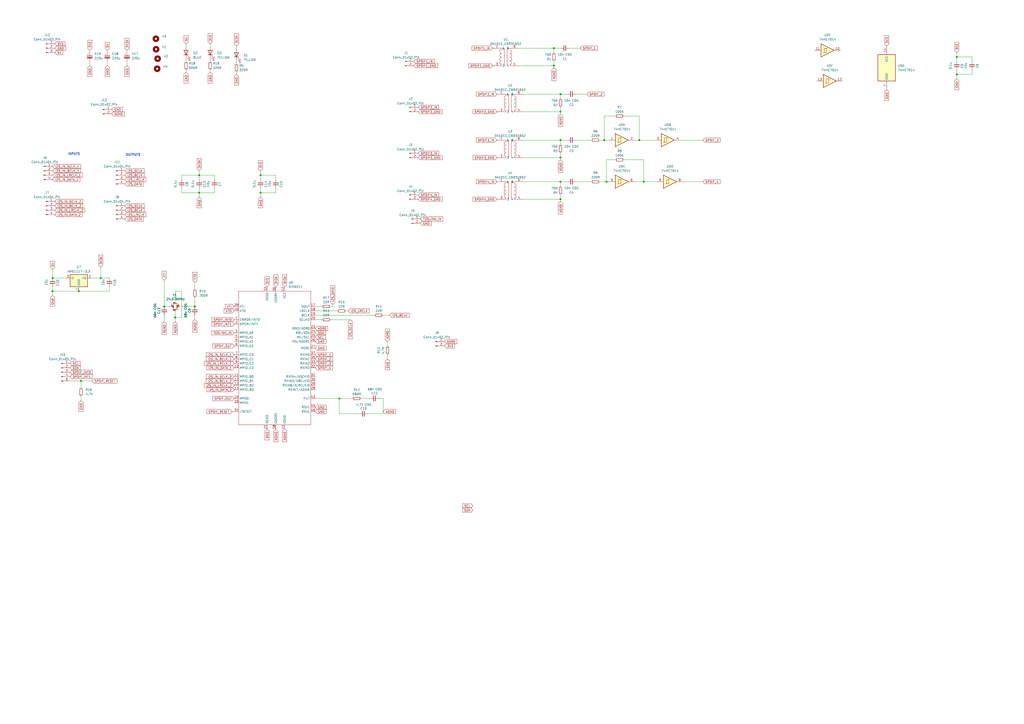
<source format=kicad_sch>
(kicad_sch (version 20231120) (generator "eeschema") (generator_version "8.0")
  (paper "A2")
  (junction (at 351.79 105.41))
  (junction (at 325.12 54.61))
  (junction (at 45.72 168.91))
  (junction (at 370.84 81.28))
  (junction (at 321.31 27.94))
  (junction (at 113.03 177.8))
  (junction (at 95.25 177.8))
  (junction (at 101.6 184.15))
  (junction (at 554.99 33.02))
  (junction (at 325.12 81.28))
  (junction (at 325.12 64.77))
  (junction (at 115.57 111.76))
  (junction (at 58.42 161.29))
  (junction (at 151.13 101.6))
  (junction (at 30.48 161.29))
  (junction (at 321.31 38.1))
  (junction (at 151.13 111.76))
  (junction (at 325.12 105.41))
  (junction (at 196.85 231.14))
  (junction (at 325.12 91.44))
  (junction (at 46.99 220.98))
  (junction (at 30.48 168.91))
  (junction (at 373.38 105.41))
  (junction (at 325.12 115.57))
  (junction (at 554.99 43.18))
  (junction (at 115.57 101.6))
  (junction (at 350.52 81.28))
  (wire (pts (xy 160.02 104.14) (xy 160.02 101.6)))
  (wire (pts (xy 351.79 92.71) (xy 351.79 105.41)))
  (wire (pts (xy 325.12 83.82) (xy 325.12 81.28)))
  (wire (pts (xy 30.48 168.91) (xy 30.48 171.45)))
  (wire (pts (xy 370.84 67.31) (xy 370.84 81.28)))
  (wire (pts (xy 46.99 232.41) (xy 46.99 229.87)))
  (wire (pts (xy 373.38 92.71) (xy 373.38 105.41)))
  (wire (pts (xy 325.12 113.03) (xy 325.12 115.57)))
  (wire (pts (xy 219.71 231.14) (xy 222.25 231.14)))
  (wire (pts (xy 107.95 40.64) (xy 107.95 41.91)))
  (wire (pts (xy 121.92 26.67) (xy 121.92 25.4)))
  (wire (pts (xy 73.66 29.21) (xy 73.66 30.48)))
  (wire (pts (xy 325.12 115.57) (xy 325.12 116.84)))
  (wire (pts (xy 325.12 88.9) (xy 325.12 91.44)))
  (wire (pts (xy 321.31 30.48) (xy 321.31 27.94)))
  (wire (pts (xy 396.24 105.41) (xy 407.67 105.41)))
  (wire (pts (xy 373.38 105.41) (xy 368.3 105.41)))
  (wire (pts (xy 303.53 91.44) (xy 325.12 91.44)))
  (wire (pts (xy 361.95 92.71) (xy 373.38 92.71)))
  (wire (pts (xy 351.79 105.41) (xy 347.98 105.41)))
  (wire (pts (xy 95.25 186.69) (xy 95.25 182.88)))
  (wire (pts (xy 105.41 101.6) (xy 105.41 104.14)))
  (wire (pts (xy 73.66 38.1) (xy 73.66 35.56)))
  (wire (pts (xy 52.07 29.21) (xy 52.07 30.48)))
  (wire (pts (xy 101.6 168.91) (xy 105.41 168.91)))
  (wire (pts (xy 196.85 231.14) (xy 182.88 231.14)))
  (wire (pts (xy 336.55 27.94) (xy 330.2 27.94)))
  (wire (pts (xy 394.97 81.28) (xy 407.67 81.28)))
  (wire (pts (xy 101.6 175.26) (xy 101.6 168.91)))
  (wire (pts (xy 58.42 161.29) (xy 63.5 161.29)))
  (wire (pts (xy 137.16 27.94) (xy 137.16 26.67)))
  (wire (pts (xy 328.93 54.61) (xy 325.12 54.61)))
  (wire (pts (xy 300.99 38.1) (xy 321.31 38.1)))
  (wire (pts (xy 370.84 81.28) (xy 368.3 81.28)))
  (wire (pts (xy 105.41 168.91) (xy 105.41 184.15)))
  (wire (pts (xy 151.13 104.14) (xy 151.13 101.6)))
  (wire (pts (xy 328.93 105.41) (xy 325.12 105.41)))
  (wire (pts (xy 151.13 101.6) (xy 151.13 99.06)))
  (wire (pts (xy 186.69 177.8) (xy 182.88 177.8)))
  (wire (pts (xy 563.88 43.18) (xy 554.99 43.18)))
  (wire (pts (xy 325.12 57.15) (xy 325.12 54.61)))
  (wire (pts (xy 115.57 101.6) (xy 115.57 99.06)))
  (wire (pts (xy 30.48 161.29) (xy 38.1 161.29)))
  (wire (pts (xy 325.12 27.94) (xy 321.31 27.94)))
  (wire (pts (xy 63.5 168.91) (xy 45.72 168.91)))
  (wire (pts (xy 115.57 111.76) (xy 115.57 109.22)))
  (wire (pts (xy 342.9 81.28) (xy 334.01 81.28)))
  (wire (pts (xy 350.52 67.31) (xy 350.52 81.28)))
  (wire (pts (xy 58.42 154.94) (xy 58.42 161.29)))
  (wire (pts (xy 46.99 220.98) (xy 40.64 220.98)))
  (wire (pts (xy 105.41 111.76) (xy 115.57 111.76)))
  (wire (pts (xy 115.57 101.6) (xy 105.41 101.6)))
  (wire (pts (xy 224.79 200.66) (xy 224.79 198.12)))
  (wire (pts (xy 353.06 105.41) (xy 351.79 105.41)))
  (wire (pts (xy 115.57 104.14) (xy 115.57 101.6)))
  (wire (pts (xy 160.02 101.6) (xy 151.13 101.6)))
  (wire (pts (xy 53.34 220.98) (xy 46.99 220.98)))
  (wire (pts (xy 196.85 231.14) (xy 196.85 240.03)))
  (wire (pts (xy 124.46 109.22) (xy 124.46 111.76)))
  (wire (pts (xy 353.06 81.28) (xy 350.52 81.28)))
  (wire (pts (xy 30.48 166.37) (xy 30.48 168.91)))
  (wire (pts (xy 62.23 38.1) (xy 62.23 35.56)))
  (wire (pts (xy 160.02 109.22) (xy 160.02 111.76)))
  (wire (pts (xy 356.87 92.71) (xy 351.79 92.71)))
  (wire (pts (xy 554.99 33.02) (xy 554.99 30.48)))
  (wire (pts (xy 554.99 35.56) (xy 554.99 33.02)))
  (wire (pts (xy 193.04 176.53) (xy 193.04 177.8)))
  (wire (pts (xy 361.95 67.31) (xy 370.84 67.31)))
  (wire (pts (xy 104.14 177.8) (xy 113.03 177.8)))
  (wire (pts (xy 222.25 231.14) (xy 222.25 240.03)))
  (wire (pts (xy 300.99 27.94) (xy 321.31 27.94)))
  (wire (pts (xy 340.36 54.61) (xy 334.01 54.61)))
  (wire (pts (xy 342.9 105.41) (xy 334.01 105.41)))
  (wire (pts (xy 182.88 182.88) (xy 217.17 182.88)))
  (wire (pts (xy 554.99 45.72) (xy 554.99 43.18)))
  (wire (pts (xy 563.88 33.02) (xy 554.99 33.02)))
  (wire (pts (xy 30.48 156.21) (xy 30.48 161.29)))
  (wire (pts (xy 222.25 182.88) (xy 226.06 182.88)))
  (wire (pts (xy 350.52 81.28) (xy 347.98 81.28)))
  (wire (pts (xy 53.34 161.29) (xy 58.42 161.29)))
  (wire (pts (xy 160.02 111.76) (xy 151.13 111.76)))
  (wire (pts (xy 204.47 231.14) (xy 196.85 231.14)))
  (wire (pts (xy 356.87 67.31) (xy 350.52 67.31)))
  (wire (pts (xy 554.99 43.18) (xy 554.99 40.64)))
  (wire (pts (xy 121.92 40.64) (xy 121.92 41.91)))
  (wire (pts (xy 101.6 184.15) (xy 105.41 184.15)))
  (wire (pts (xy 124.46 101.6) (xy 115.57 101.6)))
  (wire (pts (xy 328.93 81.28) (xy 325.12 81.28)))
  (wire (pts (xy 214.63 231.14) (xy 209.55 231.14)))
  (wire (pts (xy 95.25 162.56) (xy 95.25 177.8)))
  (wire (pts (xy 105.41 109.22) (xy 105.41 111.76)))
  (wire (pts (xy 115.57 114.3) (xy 115.57 111.76)))
  (wire (pts (xy 134.62 238.76) (xy 135.89 238.76)))
  (wire (pts (xy 321.31 38.1) (xy 321.31 39.37)))
  (wire (pts (xy 151.13 111.76) (xy 151.13 109.22)))
  (wire (pts (xy 95.25 177.8) (xy 99.06 177.8)))
  (wire (pts (xy 201.93 180.34) (xy 200.66 180.34)))
  (wire (pts (xy 124.46 111.76) (xy 115.57 111.76)))
  (wire (pts (xy 113.03 185.42) (xy 113.03 182.88)))
  (wire (pts (xy 137.16 36.83) (xy 137.16 35.56)))
  (wire (pts (xy 63.5 166.37) (xy 63.5 168.91)))
  (wire (pts (xy 107.95 26.67) (xy 107.95 25.4)))
  (wire (pts (xy 325.12 64.77) (xy 325.12 66.04)))
  (wire (pts (xy 303.53 115.57) (xy 325.12 115.57)))
  (wire (pts (xy 224.79 208.28) (xy 224.79 205.74)))
  (wire (pts (xy 113.03 167.64) (xy 113.03 163.83)))
  (wire (pts (xy 46.99 224.79) (xy 46.99 220.98)))
  (wire (pts (xy 186.69 185.42) (xy 182.88 185.42)))
  (wire (pts (xy 195.58 180.34) (xy 182.88 180.34)))
  (wire (pts (xy 137.16 41.91) (xy 137.16 43.18)))
  (wire (pts (xy 124.46 101.6) (xy 124.46 104.14)))
  (wire (pts (xy 325.12 62.23) (xy 325.12 64.77)))
  (wire (pts (xy 381 105.41) (xy 373.38 105.41)))
  (wire (pts (xy 101.6 186.69) (xy 101.6 184.15)))
  (wire (pts (xy 303.53 105.41) (xy 325.12 105.41)))
  (wire (pts (xy 52.07 38.1) (xy 52.07 35.56)))
  (wire (pts (xy 208.28 240.03) (xy 196.85 240.03)))
  (wire (pts (xy 325.12 91.44) (xy 325.12 92.71)))
  (wire (pts (xy 303.53 81.28) (xy 325.12 81.28)))
  (wire (pts (xy 121.92 35.56) (xy 121.92 34.29)))
  (wire (pts (xy 325.12 107.95) (xy 325.12 105.41)))
  (wire (pts (xy 222.25 240.03) (xy 213.36 240.03)))
  (wire (pts (xy 563.88 35.56) (xy 563.88 33.02)))
  (wire (pts (xy 563.88 40.64) (xy 563.88 43.18)))
  (wire (pts (xy 379.73 81.28) (xy 370.84 81.28)))
  (wire (pts (xy 30.48 168.91) (xy 45.72 168.91)))
  (wire (pts (xy 203.2 185.42) (xy 191.77 185.42)))
  (wire (pts (xy 303.53 64.77) (xy 325.12 64.77)))
  (wire (pts (xy 151.13 114.3) (xy 151.13 111.76)))
  (wire (pts (xy 303.53 54.61) (xy 325.12 54.61)))
  (wire (pts (xy 113.03 172.72) (xy 113.03 177.8)))
  (wire (pts (xy 101.6 184.15) (xy 101.6 180.34)))
  (wire (pts (xy 321.31 35.56) (xy 321.31 38.1)))
  (wire (pts (xy 62.23 29.21) (xy 62.23 30.48)))
  (wire (pts (xy 107.95 35.56) (xy 107.95 34.29)))
  (wire (pts (xy 193.04 177.8) (xy 191.77 177.8)))
  (text "OUTPUTS" (at 77.216 89.916 0) (effects (font (size 1.27 1.27) (thickness 0.254) (bold yes))))
  (text "INPUTS" (at 42.926 89.408 0) (effects (font (size 1.27 1.27) (thickness 0.254) (bold yes))))
  (global_label "I2S_IN_LRCLK_1" (shape input) (at 30.48 101.6 0) (property "Intersheetrefs" "${INTERSHEET_REFS}" (effects (hide yes))))
  (global_label "GND" (shape input) (at 62.23 38.1 270) (property "Intersheetrefs" "${INTERSHEET_REFS}" (effects (hide yes))))
  (global_label "SPDIF_OUT" (shape input) (at 135.89 231.14 180) (property "Intersheetrefs" "${INTERSHEET_REFS}" (effects (hide yes))))
  (global_label "SPDIF_OUT" (shape input) (at 135.89 200.66 180) (property "Intersheetrefs" "${INTERSHEET_REFS}" (effects (hide yes))))
  (global_label "I2S_IN_SCLK_1" (shape input) (at 30.48 96.52 0) (property "Intersheetrefs" "${INTERSHEET_REFS}" (effects (hide yes))))
  (global_label "I2S_IN_DATA_2" (shape input) (at 31.75 124.46 0) (property "Intersheetrefs" "${INTERSHEET_REFS}" (effects (hide yes))))
  (global_label "GND" (shape input) (at 52.07 38.1 270) (property "Intersheetrefs" "${INTERSHEET_REFS}" (effects (hide yes))))
  (global_label "SPDIF_INT1" (shape input) (at 135.89 187.96 180) (property "Intersheetrefs" "${INTERSHEET_REFS}" (effects (hide yes))))
  (global_label "I2S_BCLK" (shape input) (at 72.39 101.6 0) (property "Intersheetrefs" "${INTERSHEET_REFS}" (effects (hide yes))))
  (global_label "I2S_IN_DATA_1" (shape input) (at 135.89 213.36 180) (property "Intersheetrefs" "${INTERSHEET_REFS}" (effects (hide yes))))
  (global_label "SPDIF2_IN" (shape input) (at 288.29 54.61 180) (property "Intersheetrefs" "${INTERSHEET_REFS}" (effects (hide yes))))
  (global_label "TOSLINK_IN" (shape input) (at 243.84 127 0) (property "Intersheetrefs" "${INTERSHEET_REFS}" (effects (hide yes))))
  (global_label "ADR0" (shape input) (at 224.79 198.12 90) (property "Intersheetrefs" "${INTERSHEET_REFS}" (effects (hide yes))))
  (global_label "SPDIF1_IN" (shape input) (at 240.03 35.56 0) (property "Intersheetrefs" "${INTERSHEET_REFS}" (effects (hide yes))))
  (global_label "AGND" (shape input) (at 160.02 248.92 270) (property "Intersheetrefs" "${INTERSHEET_REFS}" (effects (hide yes))))
  (global_label "3V3A" (shape input) (at 115.57 99.06 90) (property "Intersheetrefs" "${INTERSHEET_REFS}" (effects (hide yes))))
  (global_label "I2S_IN_DATA_1" (shape input) (at 30.48 104.14 0) (property "Intersheetrefs" "${INTERSHEET_REFS}" (effects (hide yes))))
  (global_label "I2S_IN_DATA_2" (shape input) (at 135.89 226.06 180) (property "Intersheetrefs" "${INTERSHEET_REFS}" (effects (hide yes))))
  (global_label "AGND" (shape input) (at 325.12 92.71 270) (property "Intersheetrefs" "${INTERSHEET_REFS}" (effects (hide yes))))
  (global_label "GND" (shape input) (at 154.94 248.92 270) (property "Intersheetrefs" "${INTERSHEET_REFS}" (effects (hide yes))))
  (global_label "SDA" (shape input) (at 40.64 213.36 0) (property "Intersheetrefs" "${INTERSHEET_REFS}" (effects (hide yes))))
  (global_label "TOSLINK_IN" (shape input) (at 135.89 193.04 180) (property "Intersheetrefs" "${INTERSHEET_REFS}" (effects (hide yes))))
  (global_label "GND" (shape input) (at 554.99 45.72 270) (property "Intersheetrefs" "${INTERSHEET_REFS}" (effects (hide yes))))
  (global_label "SPDIF_INT1" (shape input) (at 40.64 218.44 0) (property "Intersheetrefs" "${INTERSHEET_REFS}" (effects (hide yes))))
  (global_label "SPDIF_1" (shape input) (at 336.55 27.94 0) (property "Intersheetrefs" "${INTERSHEET_REFS}" (effects (hide yes))))
  (global_label "SPDIF3_IN" (shape input) (at 242.57 88.9 0) (property "Intersheetrefs" "${INTERSHEET_REFS}" (effects (hide yes))))
  (global_label "GND" (shape input) (at 30.48 171.45 270) (property "Intersheetrefs" "${INTERSHEET_REFS}" (effects (hide yes))))
  (global_label "5V" (shape input) (at 62.23 29.21 90) (property "Intersheetrefs" "${INTERSHEET_REFS}" (effects (hide yes))))
  (global_label "XTI" (shape input) (at 95.25 162.56 90) (property "Intersheetrefs" "${INTERSHEET_REFS}" (effects (hide yes))))
  (global_label "I2S_IN_SCLK_2" (shape input) (at 31.75 116.84 0) (property "Intersheetrefs" "${INTERSHEET_REFS}" (effects (hide yes))))
  (global_label "AGND" (shape input) (at 101.6 186.69 270) (property "Intersheetrefs" "${INTERSHEET_REFS}" (effects (hide yes))))
  (global_label "SPDIF_INT0" (shape input) (at 40.64 215.9 0) (property "Intersheetrefs" "${INTERSHEET_REFS}" (effects (hide yes))))
  (global_label "I2S_BCLK" (shape input) (at 72.39 121.92 0) (property "Intersheetrefs" "${INTERSHEET_REFS}" (effects (hide yes))))
  (global_label "3V3" (shape input) (at 514.35 26.67 90) (property "Intersheetrefs" "${INTERSHEET_REFS}" (effects (hide yes))))
  (global_label "3V3" (shape input) (at 31.75 25.4 0) (property "Intersheetrefs" "${INTERSHEET_REFS}" (effects (hide yes))))
  (global_label "SPDIF3_GND" (shape input) (at 288.29 91.44 180) (property "Intersheetrefs" "${INTERSHEET_REFS}" (effects (hide yes))))
  (global_label "SCL" (shape input) (at 182.88 195.58 0) (property "Intersheetrefs" "${INTERSHEET_REFS}" (effects (hide yes))))
  (global_label "AGND" (shape input) (at 321.31 39.37 270) (property "Intersheetrefs" "${INTERSHEET_REFS}" (effects (hide yes))))
  (global_label "ADR0" (shape input) (at 182.88 190.5 0) (property "Intersheetrefs" "${INTERSHEET_REFS}" (effects (hide yes))))
  (global_label "AGND" (shape input) (at 325.12 116.84 270) (property "Intersheetrefs" "${INTERSHEET_REFS}" (effects (hide yes))))
  (global_label "GND" (shape input) (at 64.77 63.5 0) (property "Intersheetrefs" "${INTERSHEET_REFS}" (effects (hide yes))))
  (global_label "SPDIF1_GND" (shape input) (at 240.03 38.1 0) (property "Intersheetrefs" "${INTERSHEET_REFS}" (effects (hide yes))))
  (global_label "AGND" (shape input) (at 165.1 248.92 270) (property "Intersheetrefs" "${INTERSHEET_REFS}" (effects (hide yes))))
  (global_label "SPDIF_3" (shape input) (at 407.67 81.28 0) (property "Intersheetrefs" "${INTERSHEET_REFS}" (effects (hide yes))))
  (global_label "3V3A" (shape input) (at 73.66 29.21 90) (property "Intersheetrefs" "${INTERSHEET_REFS}" (effects (hide yes))))
  (global_label "GND" (shape input) (at 73.66 38.1 270) (property "Intersheetrefs" "${INTERSHEET_REFS}" (effects (hide yes))))
  (global_label "3V3" (shape input) (at 154.94 166.37 90) (property "Intersheetrefs" "${INTERSHEET_REFS}" (effects (hide yes))))
  (global_label "ADR0" (shape input) (at 257.81 198.12 0) (property "Intersheetrefs" "${INTERSHEET_REFS}" (effects (hide yes))))
  (global_label "SPDIF1_GND" (shape input) (at 285.75 38.1 180) (property "Intersheetrefs" "${INTERSHEET_REFS}" (effects (hide yes))))
  (global_label "AGND" (shape input) (at 64.77 66.04 0) (property "Intersheetrefs" "${INTERSHEET_REFS}" (effects (hide yes))))
  (global_label "SCL" (shape input) (at 274.32 293.37 180) (property "Intersheetrefs" "${INTERSHEET_REFS}" (effects (hide yes))))
  (global_label "XTO" (shape input) (at 135.89 180.34 180) (property "Intersheetrefs" "${INTERSHEET_REFS}" (effects (hide yes))))
  (global_label "AGND" (shape input) (at 222.25 238.76 0) (property "Intersheetrefs" "${INTERSHEET_REFS}" (effects (hide yes))))
  (global_label "3V3A" (shape input) (at 137.16 26.67 90) (property "Intersheetrefs" "${INTERSHEET_REFS}" (effects (hide yes))))
  (global_label "I2S_IN_SCLK_1" (shape input) (at 135.89 205.74 180) (property "Intersheetrefs" "${INTERSHEET_REFS}" (effects (hide yes))))
  (global_label "GND" (shape input) (at 107.95 41.91 270) (property "Intersheetrefs" "${INTERSHEET_REFS}" (effects (hide yes))))
  (global_label "I2S_LRCLK" (shape input) (at 72.39 124.46 0) (property "Intersheetrefs" "${INTERSHEET_REFS}" (effects (hide yes))))
  (global_label "SPDIF_3" (shape input) (at 182.88 210.82 0) (property "Intersheetrefs" "${INTERSHEET_REFS}" (effects (hide yes))))
  (global_label "SDA" (shape input) (at 274.32 295.91 180) (property "Intersheetrefs" "${INTERSHEET_REFS}" (effects (hide yes))))
  (global_label "SPDIF2_IN" (shape input) (at 242.57 62.23 0) (property "Intersheetrefs" "${INTERSHEET_REFS}" (effects (hide yes))))
  (global_label "SPDIF_RESET" (shape input) (at 134.62 238.76 180) (property "Intersheetrefs" "${INTERSHEET_REFS}" (effects (hide yes))))
  (global_label "I2S_DATA" (shape input) (at 72.39 127 0) (property "Intersheetrefs" "${INTERSHEET_REFS}" (effects (hide yes))))
  (global_label "SPDIF4_IN" (shape input) (at 288.29 105.41 180) (property "Intersheetrefs" "${INTERSHEET_REFS}" (effects (hide yes))))
  (global_label "AGND" (shape input) (at 325.12 66.04 270) (property "Intersheetrefs" "${INTERSHEET_REFS}" (effects (hide yes))))
  (global_label "SPDIF3_GND" (shape input) (at 242.57 91.44 0) (property "Intersheetrefs" "${INTERSHEET_REFS}" (effects (hide yes))))
  (global_label "3V3" (shape input) (at 257.81 200.66 0) (property "Intersheetrefs" "${INTERSHEET_REFS}" (effects (hide yes))))
  (global_label "AGND" (shape input) (at 113.03 185.42 270) (property "Intersheetrefs" "${INTERSHEET_REFS}" (effects (hide yes))))
  (global_label "5V" (shape input) (at 30.48 156.21 90) (property "Intersheetrefs" "${INTERSHEET_REFS}" (effects (hide yes))))
  (global_label "GND" (shape input) (at 121.92 41.91 270) (property "Intersheetrefs" "${INTERSHEET_REFS}" (effects (hide yes))))
  (global_label "GND" (shape input) (at 31.75 27.94 0) (property "Intersheetrefs" "${INTERSHEET_REFS}" (effects (hide yes))))
  (global_label "I2S_SCLK" (shape input) (at 203.2 185.42 270) (property "Intersheetrefs" "${INTERSHEET_REFS}" (effects (hide yes))))
  (global_label "I2S_IN_LRCLK_1" (shape input) (at 135.89 210.82 180) (property "Intersheetrefs" "${INTERSHEET_REFS}" (effects (hide yes))))
  (global_label "I2S_IN_BCLK_2" (shape input) (at 135.89 220.98 180) (property "Intersheetrefs" "${INTERSHEET_REFS}" (effects (hide yes))))
  (global_label "GND" (shape input) (at 182.88 236.22 0) (property "Intersheetrefs" "${INTERSHEET_REFS}" (effects (hide yes))))
  (global_label "3V3" (shape input) (at 554.99 30.48 90) (property "Intersheetrefs" "${INTERSHEET_REFS}" (effects (hide yes))))
  (global_label "I2S_IN_BCLK_1" (shape input) (at 30.48 99.06 0) (property "Intersheetrefs" "${INTERSHEET_REFS}" (effects (hide yes))))
  (global_label "I2S_IN_BCLK_2" (shape input) (at 31.75 119.38 0) (property "Intersheetrefs" "${INTERSHEET_REFS}" (effects (hide yes))))
  (global_label "SDA" (shape input) (at 182.88 193.04 0) (property "Intersheetrefs" "${INTERSHEET_REFS}" (effects (hide yes))))
  (global_label "3V3A" (shape input) (at 165.1 166.37 90) (property "Intersheetrefs" "${INTERSHEET_REFS}" (effects (hide yes))))
  (global_label "I2S_LRCLK" (shape input) (at 201.93 180.34 0) (property "Intersheetrefs" "${INTERSHEET_REFS}" (effects (hide yes))))
  (global_label "GND" (shape input) (at 182.88 198.12 0) (property "Intersheetrefs" "${INTERSHEET_REFS}" (effects (hide yes))))
  (global_label "SPDIF2_GND" (shape input) (at 288.29 64.77 180) (property "Intersheetrefs" "${INTERSHEET_REFS}" (effects (hide yes))))
  (global_label "AGND" (shape input) (at 95.25 186.69 270) (property "Intersheetrefs" "${INTERSHEET_REFS}" (effects (hide yes))))
  (global_label "SPDIF2_GND" (shape input) (at 242.57 64.77 0) (property "Intersheetrefs" "${INTERSHEET_REFS}" (effects (hide yes))))
  (global_label "I2S_BCLK" (shape input) (at 226.06 182.88 0) (property "Intersheetrefs" "${INTERSHEET_REFS}" (effects (hide yes))))
  (global_label "GND" (shape input) (at 46.99 232.41 270) (property "Intersheetrefs" "${INTERSHEET_REFS}" (effects (hide yes))))
  (global_label "SPDIF4_GND" (shape input) (at 242.57 115.57 0) (property "Intersheetrefs" "${INTERSHEET_REFS}" (effects (hide yes))))
  (global_label "XTI" (shape input) (at 135.89 177.8 180) (property "Intersheetrefs" "${INTERSHEET_REFS}" (effects (hide yes))))
  (global_label "SPDIF_4" (shape input) (at 407.67 105.41 0) (property "Intersheetrefs" "${INTERSHEET_REFS}" (effects (hide yes))))
  (global_label "3V3A" (shape input) (at 58.42 154.94 90) (property "Intersheetrefs" "${INTERSHEET_REFS}" (effects (hide yes))))
  (global_label "I2S_LRCLK" (shape input) (at 72.39 104.14 0) (property "Intersheetrefs" "${INTERSHEET_REFS}" (effects (hide yes))))
  (global_label "3V3" (shape input) (at 121.92 25.4 90) (property "Intersheetrefs" "${INTERSHEET_REFS}" (effects (hide yes))))
  (global_label "GND" (shape input) (at 137.16 43.18 270) (property "Intersheetrefs" "${INTERSHEET_REFS}" (effects (hide yes))))
  (global_label "I2S_IN_SCLK_2" (shape input) (at 135.89 218.44 180) (property "Intersheetrefs" "${INTERSHEET_REFS}" (effects (hide yes))))
  (global_label "GND" (shape input) (at 182.88 238.76 0) (property "Intersheetrefs" "${INTERSHEET_REFS}" (effects (hide yes))))
  (global_label "GND" (shape input) (at 224.79 208.28 270) (property "Intersheetrefs" "${INTERSHEET_REFS}" (effects (hide yes))))
  (global_label "GND" (shape input) (at 182.88 201.93 0) (property "Intersheetrefs" "${INTERSHEET_REFS}" (effects (hide yes))))
  (global_label "3V3" (shape input) (at 151.13 99.06 90) (property "Intersheetrefs" "${INTERSHEET_REFS}" (effects (hide yes))))
  (global_label "I2S_IN_LRCLK_2" (shape input) (at 135.89 223.52 180) (property "Intersheetrefs" "${INTERSHEET_REFS}" (effects (hide yes))))
  (global_label "SPDIF_2" (shape input) (at 340.36 54.61 0) (property "Intersheetrefs" "${INTERSHEET_REFS}" (effects (hide yes))))
  (global_label "5V" (shape input) (at 31.75 30.48 0) (property "Intersheetrefs" "${INTERSHEET_REFS}" (effects (hide yes))))
  (global_label "I2S_DATA" (shape input) (at 72.39 106.68 0) (property "Intersheetrefs" "${INTERSHEET_REFS}" (effects (hide yes))))
  (global_label "SPDIF4_GND" (shape input) (at 288.29 115.57 180) (property "Intersheetrefs" "${INTERSHEET_REFS}" (effects (hide yes))))
  (global_label "SCL" (shape input) (at 40.64 210.82 0) (property "Intersheetrefs" "${INTERSHEET_REFS}" (effects (hide yes))))
  (global_label "GND" (shape input) (at 514.35 52.07 270) (property "Intersheetrefs" "${INTERSHEET_REFS}" (effects (hide yes))))
  (global_label "I2S_SCLK" (shape input) (at 72.39 99.06 0) (property "Intersheetrefs" "${INTERSHEET_REFS}" (effects (hide yes))))
  (global_label "GND" (shape input) (at 243.84 129.54 0) (property "Intersheetrefs" "${INTERSHEET_REFS}" (effects (hide yes))))
  (global_label "3V3" (shape input) (at 52.07 29.21 90) (property "Intersheetrefs" "${INTERSHEET_REFS}" (effects (hide yes))))
  (global_label "I2S_DATA" (shape input) (at 193.04 176.53 90) (property "Intersheetrefs" "${INTERSHEET_REFS}" (effects (hide yes))))
  (global_label "SPDIF3_IN" (shape input) (at 288.29 81.28 180) (property "Intersheetrefs" "${INTERSHEET_REFS}" (effects (hide yes))))
  (global_label "XTO" (shape input) (at 113.03 163.83 90) (property "Intersheetrefs" "${INTERSHEET_REFS}" (effects (hide yes))))
  (global_label "SPDIF_2" (shape input) (at 182.88 208.28 0) (property "Intersheetrefs" "${INTERSHEET_REFS}" (effects (hide yes))))
  (global_label "GND" (shape input) (at 151.13 114.3 270) (property "Intersheetrefs" "${INTERSHEET_REFS}" (effects (hide yes))))
  (global_label "GND" (shape input) (at 115.57 114.3 270) (property "Intersheetrefs" "${INTERSHEET_REFS}" (effects (hide yes))))
  (global_label "SPDIF_INT0" (shape input) (at 135.89 185.42 180) (property "Intersheetrefs" "${INTERSHEET_REFS}" (effects (hide yes))))
  (global_label "SPDIF_4" (shape input) (at 182.88 213.36 0) (property "Intersheetrefs" "${INTERSHEET_REFS}" (effects (hide yes))))
  (global_label "SPDIF1_IN" (shape input) (at 285.75 27.94 180) (property "Intersheetrefs" "${INTERSHEET_REFS}" (effects (hide yes))))
  (global_label "I2S_IN_BCLK_1" (shape input) (at 135.89 208.28 180) (property "Intersheetrefs" "${INTERSHEET_REFS}" (effects (hide yes))))
  (global_label "SPDIF_1" (shape input) (at 182.88 205.74 0) (property "Intersheetrefs" "${INTERSHEET_REFS}" (effects (hide yes))))
  (global_label "5V" (shape input) (at 107.95 25.4 90) (property "Intersheetrefs" "${INTERSHEET_REFS}" (effects (hide yes))))
  (global_label "I2S_SCLK" (shape input) (at 72.39 119.38 0) (property "Intersheetrefs" "${INTERSHEET_REFS}" (effects (hide yes))))
  (global_label "SPDIF_RESET" (shape input) (at 53.34 220.98 0) (property "Intersheetrefs" "${INTERSHEET_REFS}" (effects (hide yes))))
  (global_label "SPDIF4_IN" (shape input) (at 242.57 113.03 0) (property "Intersheetrefs" "${INTERSHEET_REFS}" (effects (hide yes))))
  (global_label "I2S_IN_LRCLK_2" (shape input) (at 31.75 121.92 0) (property "Intersheetrefs" "${INTERSHEET_REFS}" (effects (hide yes))))
  (global_label "3V3A" (shape input) (at 160.02 166.37 90) (property "Intersheetrefs" "${INTERSHEET_REFS}" (effects (hide yes))))
  (symbol (lib_id "Device:R_Small") (at 359.41 92.71 90) (unit 1)
    (property "Reference" "R8" (at 359.41 87.63 90))
    (property "Value" "100K" (at 359.41 90.17 90))
    (property "Footprint" "Resistor_SMD:R_0603_1608Metric_Pad0.98x0.95mm_HandSolder" (effects (hide yes)))
    (property "Description" "Resistor, small symbol" (effects (hide yes)))
    (property "Mouser" "71-CRCW0603-75-E3" (effects (hide yes)))
  )
  (symbol (lib_id "Connector:Conn_01x04_Pin") (at 26.67 119.38 0) (unit 1)
    (property "Reference" "J7" (at 27.305 111.76 0))
    (property "Value" "Conn_01x04_Pin" (at 27.305 114.3 0))
    (property "Footprint" "Connector_JST:JST_PH_B4B-PH-K_1x04_P2.00mm_Vertical" (effects (hide yes)))
    (property "Description" "Generic connector, single row, 01x04, script generated" (effects (hide yes)))
  )
  (symbol (lib_id "Connector:Conn_01x02_Pin") (at 252.73 198.12 0) (unit 1)
    (property "Reference" "J9" (at 253.365 193.04 0))
    (property "Value" "Conn_01x02_Pin" (at 253.365 195.58 0))
    (property "Footprint" "Connector_PinHeader_2.54mm:PinHeader_1x02_P2.54mm_Vertical" (effects (hide yes)))
    (property "Description" "Generic connector, single row, 01x02, script generated" (effects (hide yes)))
  )
  (symbol (lib_id "Regulator_Linear:AMS1117-3.3") (at 45.72 161.29 0) (unit 1)
    (property "Reference" "U7" (at 45.72 154.94 0))
    (property "Value" "AMS1117-3.3" (at 45.72 157.48 0))
    (property "Footprint" "Package_TO_SOT_SMD:SOT-223-3_TabPin2" (effects (hide yes)))
    (property "Datasheet" "http://www.advanced-monolithic.com/pdf/ds1117.pdf" (effects (hide yes)))
    (property "Description" "1A Low Dropout regulator, positive, 3.3V fixed output, SOT-223" (effects (hide yes)))
  )
  (symbol (lib_id "Device:C_Small") (at 105.41 106.68 180) (unit 1)
    (property "Reference" "C8" (at 108.458 106.807 90))
    (property "Value" "0.1u" (at 101.727 106.6737 90))
    (property "Footprint" "Capacitor_SMD:C_0805_2012Metric_Pad1.18x1.45mm_HandSolder" (effects (hide yes)))
    (property "Description" "Unpolarized capacitor, small symbol" (effects (hide yes)))
  )
  (symbol (lib_id "Device:C_Small") (at 217.17 231.14 270) (unit 1)
    (property "Reference" "C11" (at 217.297 228.092 90))
    (property "Value" "68n C0G" (at 217.424 225.806 90))
    (property "Footprint" "Capacitor_SMD:C_0603_1608Metric" (effects (hide yes)))
    (property "Description" "Unpolarized capacitor, small symbol" (effects (hide yes)))
  )
  (symbol (lib_id "Device:C_Small") (at 30.48 163.83 180) (unit 1)
    (property "Reference" "C20" (at 33.528 163.957 90))
    (property "Value" "10u" (at 26.797 163.8237 90))
    (property "Footprint" "Capacitor_SMD:C_1206_3216Metric_Pad1.33x1.80mm_HandSolder" (effects (hide yes)))
    (property "Description" "Unpolarized capacitor, small symbol" (effects (hide yes)))
  )
  (symbol (lib_id "easyeda2kicad:DA101C_C6931652") (at 295.91 110.49 0) (unit 1)
    (property "Reference" "U4" (at 295.9146 100.33 0))
    (property "Value" "DA101C_C6931652" (at 295.9146 102.87 0))
    (property "Footprint" "easyeda2kicad:XFMR-TH_4P-L9.5-W9.0-P5.08-LS10.2_C9900096976" (effects (hide yes)))
    (property "LCSC Part" "C6931652" (effects (hide yes)))
  )
  (symbol (lib_id "Device:R_Small") (at 345.44 81.28 90) (unit 1)
    (property "Reference" "R6" (at 345.44 76.2 90))
    (property "Value" "220R" (at 345.44 78.74 90))
    (property "Footprint" "Resistor_SMD:R_0603_1608Metric_Pad0.98x0.95mm_HandSolder" (effects (hide yes)))
    (property "Description" "Resistor, small symbol" (effects (hide yes)))
    (property "Mouser" "71-CRCW0603-75-E3" (effects (hide yes)))
  )
  (symbol (lib_id "Device:R_Small") (at 224.79 203.2 180) (unit 1)
    (property "Reference" "R12" (at 219.71 203.2 90))
    (property "Value" "4.7K" (at 222.25 203.2 90))
    (property "Footprint" "Resistor_SMD:R_0603_1608Metric" (effects (hide yes)))
    (property "Description" "Resistor, small symbol" (effects (hide yes)))
  )
  (symbol (lib_id "Custom:DIX9211") (at 160.02 248.92 0) (unit 1)
    (property "Reference" "U6" (at 167.2941 163.83 0) (effects (justify left)))
    (property "Value" "DIX9211" (at 167.2941 166.37 0) (effects (justify left)))
    (property "Footprint" "Package_QFP:LQFP-48_7x7mm_P0.5mm" (effects (hide yes)))
    (property "Mouser" "595-DIX9211PTR" (effects (hide yes)))
  )
  (symbol (lib_id "Device:R_Small") (at 113.03 170.18 180) (unit 1)
    (property "Reference" "R10" (at 115.57 168.9099 0) (effects (justify right)))
    (property "Value" "200R" (at 115.57 171.4499 0) (effects (justify right)))
    (property "Footprint" "Resistor_SMD:R_0603_1608Metric" (effects (hide yes)))
    (property "Description" "Resistor, small symbol" (effects (hide yes)))
  )
  (symbol (lib_id "Connector:Conn_01x04_Pin") (at 67.31 101.6 0) (unit 1)
    (property "Reference" "J11" (at 67.945 93.98 0))
    (property "Value" "Conn_01x04_Pin" (at 67.945 96.52 0))
    (property "Footprint" "Connector_JST:JST_PH_B4B-PH-K_1x04_P2.00mm_Vertical" (effects (hide yes)))
    (property "Description" "Generic connector, single row, 01x04, script generated" (effects (hide yes)))
  )
  (symbol (lib_id "Device:LED") (at 137.16 31.75 90) (unit 1)
    (property "Reference" "D1" (at 141.224 32.0675 90) (effects (justify right)))
    (property "Value" "YELLOW" (at 141.224 34.6075 90) (effects (justify right)))
    (property "Footprint" "LED_SMD:LED_0603_1608Metric" (effects (hide yes)))
  )
  (symbol (lib_id "Device:R_Small") (at 325.12 59.69 0) (unit 1)
    (property "Reference" "R2" (at 323.596 60.96 0) (effects (justify right)))
    (property "Value" "75R" (at 323.596 58.42 0) (effects (justify right)))
    (property "Footprint" "Resistor_SMD:R_0603_1608Metric_Pad0.98x0.95mm_HandSolder" (effects (hide yes)))
    (property "Description" "Resistor, small symbol" (effects (hide yes)))
    (property "Mouser" "71-CRCW0603-75-E3" (effects (hide yes)))
  )
  (symbol (lib_id "easyeda2kicad:DA101C_C6931652") (at 295.91 59.69 0) (unit 1)
    (property "Reference" "U2" (at 295.9146 49.53 0))
    (property "Value" "DA101C_C6931652" (at 295.9146 52.07 0))
    (property "Footprint" "easyeda2kicad:XFMR-TH_4P-L9.5-W9.0-P5.08-LS10.2_C9900096976" (effects (hide yes)))
    (property "LCSC Part" "C6931652" (effects (hide yes)))
  )
  (symbol (lib_id "Device:C_Small") (at 554.99 38.1 180) (unit 1)
    (property "Reference" "C5" (at 558.038 38.227 90))
    (property "Value" "0.1u" (at 551.307 38.0937 90))
    (property "Footprint" "Capacitor_SMD:C_0805_2012Metric_Pad1.18x1.45mm_HandSolder" (effects (hide yes)))
    (property "Description" "Unpolarized capacitor, small symbol" (effects (hide yes)))
  )
  (symbol (lib_id "Mechanical:MountingHole") (at 90.424 22.479 0) (unit 1)
    (property "Reference" "H3" (at 93.853 21.209 0) (effects (justify left)))
    (property "Value" "MountingHole" (effects (hide yes)))
    (property "Footprint" "MountingHole:MountingHole_3.2mm_M3_DIN965_Pad_TopOnly" (effects (hide yes)))
    (property "Description" "Mounting Hole without connection" (effects (hide yes)))
  )
  (symbol (lib_id "Device:C_Small") (at 124.46 106.68 180) (unit 1)
    (property "Reference" "C7" (at 127.508 106.807 90))
    (property "Value" "10u" (at 120.777 106.6737 90))
    (property "Footprint" "Capacitor_SMD:C_1206_3216Metric_Pad1.33x1.80mm_HandSolder" (effects (hide yes)))
    (property "Description" "Unpolarized capacitor, small symbol" (effects (hide yes)))
  )
  (symbol (lib_id "Device:R_Small") (at 321.31 33.02 0) (unit 1)
    (property "Reference" "R1" (at 319.786 34.29 0) (effects (justify right)))
    (property "Value" "75R" (at 319.786 31.75 0) (effects (justify right)))
    (property "Footprint" "Resistor_SMD:R_0603_1608Metric_Pad0.98x0.95mm_HandSolder" (effects (hide yes)))
    (property "Description" "Resistor, small symbol" (effects (hide yes)))
    (property "Mouser" "71-CRCW0603-75-E3" (effects (hide yes)))
  )
  (symbol (lib_id "Device:C_Small") (at 151.13 106.68 180) (unit 1)
    (property "Reference" "C14" (at 154.178 106.807 90))
    (property "Value" "0.1u" (at 147.447 106.6737 90))
    (property "Footprint" "Capacitor_SMD:C_0805_2012Metric_Pad1.18x1.45mm_HandSolder" (effects (hide yes)))
    (property "Description" "Unpolarized capacitor, small symbol" (effects (hide yes)))
  )
  (symbol (lib_id "Device:R_Small") (at 189.23 185.42 90) (unit 1)
    (property "Reference" "R13" (at 189.23 180.34 90))
    (property "Value" "22R" (at 189.23 182.88 90))
    (property "Footprint" "Resistor_SMD:R_0603_1608Metric" (effects (hide yes)))
    (property "Description" "Resistor, small symbol" (effects (hide yes)))
  )
  (symbol (lib_id "Device:Crystal_GND24_Small") (at 101.6 177.8 0) (unit 1)
    (property "Reference" "Y1" (at 101.346 171.196 0))
    (property "Value" "24.576MHz" (at 101.854 173.482 0))
    (property "Footprint" "Crystal:Crystal_SMD_SeikoEpson_FA238-4Pin_3.2x2.5mm" (effects (hide yes)))
    (property "Description" "Four pin crystal, GND on pins 2 and 4, small symbol" (effects (hide yes)))
  )
  (symbol (lib_id "Device:R_Small") (at 121.92 38.1 180) (unit 1)
    (property "Reference" "R19" (at 123.444 36.83 0) (effects (justify right)))
    (property "Value" "325R" (at 123.444 39.37 0) (effects (justify right)))
    (property "Footprint" "Resistor_SMD:R_0603_1608Metric_Pad0.98x0.95mm_HandSolder" (effects (hide yes)))
  )
  (symbol (lib_id "Mechanical:MountingHole") (at 91.186 39.878 0) (unit 1)
    (property "Reference" "H4" (at 94.615 38.608 0) (effects (justify left)))
    (property "Value" "MountingHole" (effects (hide yes)))
    (property "Footprint" "MountingHole:MountingHole_3.2mm_M3_DIN965_Pad_TopOnly" (effects (hide yes)))
    (property "Description" "Mounting Hole without connection" (effects (hide yes)))
  )
  (symbol (lib_id "74xx:74HC7014") (at 360.68 81.28 0) (unit 1)
    (property "Reference" "U5" (at 360.68 72.39 0))
    (property "Value" "74HC7014" (at 360.68 74.93 0))
    (property "Footprint" "Package_SO:TSSOP-14_4.4x5mm_P0.65mm" (effects (hide yes)))
    (property "Datasheet" "https://assets.nexperia.com/documents/data-sheet/74HC7014.pdf" (effects (hide yes)))
    (property "Description" "Hex non-inverting buffer with precision Schmitt Trigger inputs, SOIC-14" (effects (hide yes)))
  )
  (symbol (lib_id "Device:R_Small") (at 207.01 231.14 90) (unit 1)
    (property "Reference" "R11" (at 207.01 226.06 90))
    (property "Value" "680R" (at 207.01 228.6 90))
    (property "Footprint" "Resistor_SMD:R_0603_1608Metric" (effects (hide yes)))
    (property "Description" "Resistor, small symbol" (effects (hide yes)))
  )
  (symbol (lib_id "Device:C_Polarized_Small") (at 73.66 33.02 0) (unit 1)
    (property "Reference" "C17" (at 76.327 31.2039 0) (effects (justify left)))
    (property "Value" "220u" (at 76.327 33.7439 0) (effects (justify left)))
    (property "Footprint" "Capacitor_THT:CP_Radial_D6.3mm_P2.50mm" (effects (hide yes)))
    (property "Description" "Polarized capacitor, small symbol" (effects (hide yes)))
  )
  (symbol (lib_id "74xx:74HC7014") (at 388.62 105.41 0) (unit 4)
    (property "Reference" "U5" (at 388.62 96.52 0))
    (property "Value" "74HC7014" (at 388.62 99.06 0))
    (property "Footprint" "Package_SO:TSSOP-14_4.4x5mm_P0.65mm" (effects (hide yes)))
    (property "Datasheet" "https://assets.nexperia.com/documents/data-sheet/74HC7014.pdf" (effects (hide yes)))
    (property "Description" "Hex non-inverting buffer with precision Schmitt Trigger inputs, SOIC-14" (effects (hide yes)))
  )
  (symbol (lib_id "Device:R_Small") (at 137.16 39.37 180) (unit 1)
    (property "Reference" "R5" (at 138.684 38.1 0) (effects (justify right)))
    (property "Value" "325R" (at 138.684 40.64 0) (effects (justify right)))
    (property "Footprint" "Resistor_SMD:R_0603_1608Metric_Pad0.98x0.95mm_HandSolder" (effects (hide yes)))
  )
  (symbol (lib_id "Device:C_Small") (at 115.57 106.68 180) (unit 1)
    (property "Reference" "C13" (at 118.618 106.807 90))
    (property "Value" "0.1u" (at 111.887 106.6737 90))
    (property "Footprint" "Capacitor_SMD:C_0805_2012Metric_Pad1.18x1.45mm_HandSolder" (effects (hide yes)))
    (property "Description" "Unpolarized capacitor, small symbol" (effects (hide yes)))
  )
  (symbol (lib_id "Device:R_Small") (at 198.12 180.34 90) (unit 1)
    (property "Reference" "R15" (at 198.12 175.26 90))
    (property "Value" "22R" (at 198.12 177.8 90))
    (property "Footprint" "Resistor_SMD:R_0603_1608Metric" (effects (hide yes)))
    (property "Description" "Resistor, small symbol" (effects (hide yes)))
  )
  (symbol (lib_id "74xx:74HC7014") (at 360.68 105.41 0) (unit 3)
    (property "Reference" "U5" (at 360.68 96.52 0))
    (property "Value" "74HC7014" (at 360.68 99.06 0))
    (property "Footprint" "Package_SO:TSSOP-14_4.4x5mm_P0.65mm" (effects (hide yes)))
    (property "Datasheet" "https://assets.nexperia.com/documents/data-sheet/74HC7014.pdf" (effects (hide yes)))
    (property "Description" "Hex non-inverting buffer with precision Schmitt Trigger inputs, SOIC-14" (effects (hide yes)))
  )
  (symbol (lib_id "Connector:Conn_01x02_Pin") (at 237.49 113.03 0) (unit 1)
    (property "Reference" "J4" (at 238.125 108.204 0))
    (property "Value" "Conn_01x02_Pin" (at 238.125 110.744 0))
    (property "Footprint" "Connector_JST:JST_XH_B2B-XH-A_1x02_P2.50mm_Vertical" (effects (hide yes)))
    (property "Description" "Generic connector, single row, 01x02, script generated" (effects (hide yes)))
  )
  (symbol (lib_id "Mechanical:MountingHole") (at 90.551 28.575 0) (unit 1)
    (property "Reference" "H1" (at 93.98 27.305 0) (effects (justify left)))
    (property "Value" "MountingHole" (effects (hide yes)))
    (property "Footprint" "MountingHole:MountingHole_3.2mm_M3_DIN965_Pad_TopOnly" (effects (hide yes)))
    (property "Description" "Mounting Hole without connection" (effects (hide yes)))
  )
  (symbol (lib_id "Device:C_Polarized_Small") (at 52.07 33.02 0) (unit 1)
    (property "Reference" "C19" (at 54.737 31.2039 0) (effects (justify left)))
    (property "Value" "220u" (at 54.737 33.7439 0) (effects (justify left)))
    (property "Footprint" "Capacitor_THT:CP_Radial_D6.3mm_P2.50mm" (effects (hide yes)))
    (property "Description" "Polarized capacitor, small symbol" (effects (hide yes)))
  )
  (symbol (lib_id "Device:C_Small") (at 113.03 180.34 0) (unit 1)
    (property "Reference" "C9" (at 109.982 180.213 90))
    (property "Value" "68n C0G" (at 107.696 180.086 90))
    (property "Footprint" "Capacitor_SMD:C_0603_1608Metric" (effects (hide yes)))
    (property "Description" "Unpolarized capacitor, small symbol" (effects (hide yes)))
  )
  (symbol (lib_id "74xx:74HC7014") (at 481.33 46.99 0) (unit 6)
    (property "Reference" "U5" (at 481.33 38.1 0))
    (property "Value" "74HC7014" (at 481.33 40.64 0))
    (property "Footprint" "Package_SO:TSSOP-14_4.4x5mm_P0.65mm" (effects (hide yes)))
    (property "Datasheet" "https://assets.nexperia.com/documents/data-sheet/74HC7014.pdf" (effects (hide yes)))
    (property "Description" "Hex non-inverting buffer with precision Schmitt Trigger inputs, SOIC-14" (effects (hide yes)))
  )
  (symbol (lib_id "Connector:Conn_01x02_Pin") (at 59.69 63.5 0) (unit 1)
    (property "Reference" "J13" (at 60.325 58.039 0))
    (property "Value" "Conn_01x02_Pin" (at 60.325 60.579 0))
    (property "Footprint" "Connector_PinHeader_2.54mm:PinHeader_1x02_P2.54mm_Vertical" (effects (hide yes)))
    (property "Description" "Generic connector, single row, 01x02, script generated" (effects (hide yes)))
  )
  (symbol (lib_id "Device:C_Small") (at 563.88 38.1 180) (unit 1)
    (property "Reference" "C6" (at 566.928 38.227 90))
    (property "Value" "10u" (at 560.197 38.0937 90))
    (property "Footprint" "Capacitor_SMD:C_1206_3216Metric_Pad1.33x1.80mm_HandSolder" (effects (hide yes)))
    (property "Description" "Unpolarized capacitor, small symbol" (effects (hide yes)))
  )
  (symbol (lib_id "Connector:Conn_01x02_Pin") (at 238.76 127 0) (unit 1)
    (property "Reference" "J5" (at 239.395 122.174 0))
    (property "Value" "Conn_01x02_Pin" (at 239.395 124.714 0))
    (property "Footprint" "Connector_JST:JST_XH_B2B-XH-A_1x02_P2.50mm_Vertical" (effects (hide yes)))
    (property "Description" "Generic connector, single row, 01x02, script generated" (effects (hide yes)))
  )
  (symbol (lib_id "Connector:Conn_01x02_Pin") (at 237.49 62.23 0) (unit 1)
    (property "Reference" "J2" (at 238.125 57.404 0))
    (property "Value" "Conn_01x02_Pin" (at 238.125 59.944 0))
    (property "Footprint" "Connector_JST:JST_XH_B2B-XH-A_1x02_P2.50mm_Vertical" (effects (hide yes)))
    (property "Description" "Generic connector, single row, 01x02, script generated" (effects (hide yes)))
  )
  (symbol (lib_id "Device:R_Small") (at 46.99 227.33 180) (unit 1)
    (property "Reference" "R16" (at 49.53 226.0599 0) (effects (justify right)))
    (property "Value" "4.7K" (at 49.53 228.5999 0) (effects (justify right)))
    (property "Footprint" "Resistor_SMD:R_0603_1608Metric" (effects (hide yes)))
    (property "Description" "Resistor, small symbol" (effects (hide yes)))
  )
  (symbol (lib_id "Connector:Conn_01x02_Pin") (at 234.95 35.56 0) (unit 1)
    (property "Reference" "J1" (at 235.585 30.734 0))
    (property "Value" "Conn_01x02_Pin" (at 235.585 33.274 0))
    (property "Footprint" "Connector_JST:JST_XH_B2B-XH-A_1x02_P2.50mm_Vertical" (effects (hide yes)))
    (property "Description" "Generic connector, single row, 01x02, script generated" (effects (hide yes)))
  )
  (symbol (lib_id "Device:R_Small") (at 345.44 105.41 90) (unit 1)
    (property "Reference" "R9" (at 345.44 100.33 90))
    (property "Value" "220R" (at 345.44 102.87 90))
    (property "Footprint" "Resistor_SMD:R_0603_1608Metric_Pad0.98x0.95mm_HandSolder" (effects (hide yes)))
    (property "Description" "Resistor, small symbol" (effects (hide yes)))
    (property "Mouser" "71-CRCW0603-75-E3" (effects (hide yes)))
  )
  (symbol (lib_id "Device:C_Polarized_Small") (at 62.23 33.02 0) (unit 1)
    (property "Reference" "C18" (at 64.897 31.2039 0) (effects (justify left)))
    (property "Value" "220u" (at 64.897 33.7439 0) (effects (justify left)))
    (property "Footprint" "Capacitor_THT:CP_Radial_D6.3mm_P2.50mm" (effects (hide yes)))
    (property "Description" "Polarized capacitor, small symbol" (effects (hide yes)))
  )
  (symbol (lib_id "Device:R_Small") (at 107.95 38.1 180) (unit 1)
    (property "Reference" "R18" (at 109.474 36.83 0) (effects (justify right)))
    (property "Value" "500R" (at 109.474 39.37 0) (effects (justify right)))
    (property "Footprint" "Resistor_SMD:R_0603_1608Metric_Pad0.98x0.95mm_HandSolder" (effects (hide yes)))
  )
  (symbol (lib_id "Connector:Conn_01x03_Pin") (at 26.67 27.94 0) (unit 1)
    (property "Reference" "J12" (at 27.305 20.32 0))
    (property "Value" "Conn_01x03_Pin" (at 27.305 22.86 0))
    (property "Footprint" "Connector_JST:JST_PH_B3B-PH-K_1x03_P2.00mm_Vertical" (effects (hide yes)))
    (property "Description" "Generic connector, single row, 01x03, script generated" (effects (hide yes)))
  )
  (symbol (lib_id "Device:C_Small") (at 63.5 163.83 180) (unit 1)
    (property "Reference" "C16" (at 66.548 163.957 90))
    (property "Value" "10u" (at 59.817 163.8237 90))
    (property "Footprint" "Capacitor_SMD:C_1206_3216Metric_Pad1.33x1.80mm_HandSolder" (effects (hide yes)))
    (property "Description" "Unpolarized capacitor, small symbol" (effects (hide yes)))
  )
  (symbol (lib_id "Connector:Conn_01x02_Pin") (at 237.49 88.9 0) (unit 1)
    (property "Reference" "J3" (at 238.125 84.074 0))
    (property "Value" "Conn_01x02_Pin" (at 238.125 86.614 0))
    (property "Footprint" "Connector_JST:JST_XH_B2B-XH-A_1x02_P2.50mm_Vertical" (effects (hide yes)))
    (property "Description" "Generic connector, single row, 01x02, script generated" (effects (hide yes)))
  )
  (symbol (lib_id "74xx:74HC7014") (at 387.35 81.28 0) (unit 2)
    (property "Reference" "U5" (at 387.35 72.39 0))
    (property "Value" "74HC7014" (at 387.35 74.93 0))
    (property "Footprint" "Package_SO:TSSOP-14_4.4x5mm_P0.65mm" (effects (hide yes)))
    (property "Datasheet" "https://assets.nexperia.com/documents/data-sheet/74HC7014.pdf" (effects (hide yes)))
    (property "Description" "Hex non-inverting buffer with precision Schmitt Trigger inputs, SOIC-14" (effects (hide yes)))
  )
  (symbol (lib_id "Connector:Conn_01x04_Pin") (at 67.31 121.92 0) (unit 1)
    (property "Reference" "J8" (at 67.945 114.3 0))
    (property "Value" "Conn_01x04_Pin" (at 67.945 116.84 0))
    (property "Footprint" "Connector_PinHeader_2.54mm:PinHeader_1x04_P2.54mm_Vertical" (effects (hide yes)))
    (property "Description" "Generic connector, single row, 01x04, script generated" (effects (hide yes)))
  )
  (symbol (lib_id "Device:C_Small") (at 331.47 81.28 270) (unit 1)
    (property "Reference" "C3" (at 331.4637 87.503 90))
    (property "Value" "10n C0G" (at 331.4637 84.963 90))
    (property "Footprint" "Capacitor_SMD:C_0805_2012Metric_Pad1.18x1.45mm_HandSolder" (effects (hide yes)))
    (property "Description" "Unpolarized capacitor, small symbol" (effects (hide yes)))
    (property "Mouser" "791-0805N103G250CT" (effects (hide yes)))
  )
  (symbol (lib_id "easyeda2kicad:DA101C_C6931652") (at 293.37 33.02 0) (unit 1)
    (property "Reference" "U1" (at 293.3746 22.86 0))
    (property "Value" "DA101C_C6931652" (at 293.3746 25.4 0))
    (property "Footprint" "easyeda2kicad:XFMR-TH_4P-L9.5-W9.0-P5.08-LS10.2_C9900096976" (effects (hide yes)))
    (property "LCSC Part" "C6931652" (effects (hide yes)))
  )
  (symbol (lib_id "Device:LED") (at 121.92 30.48 90) (unit 1)
    (property "Reference" "D3" (at 125.984 30.7975 90) (effects (justify right)))
    (property "Value" "YELLOW" (at 125.984 33.3375 90) (effects (justify right)))
    (property "Footprint" "LED_SMD:LED_0603_1608Metric" (effects (hide yes)))
  )
  (symbol (lib_id "Device:R_Small") (at 189.23 177.8 90) (unit 1)
    (property "Reference" "R17" (at 189.23 172.72 90))
    (property "Value" "22R" (at 189.23 175.26 90))
    (property "Footprint" "Resistor_SMD:R_0603_1608Metric" (effects (hide yes)))
    (property "Description" "Resistor, small symbol" (effects (hide yes)))
  )
  (symbol (lib_id "Connector:Conn_01x05_Pin") (at 35.56 215.9 0) (unit 1)
    (property "Reference" "J10" (at 36.195 205.74 0))
    (property "Value" "Conn_01x05_Pin" (at 36.195 208.28 0))
    (property "Footprint" "Connector_JST:JST_PH_B5B-PH-K_1x05_P2.00mm_Vertical" (effects (hide yes)))
    (property "Description" "Generic connector, single row, 01x05, script generated" (effects (hide yes)))
  )
  (symbol (lib_id "Connector:Conn_01x04_Pin") (at 25.4 99.06 0) (unit 1)
    (property "Reference" "J6" (at 26.035 91.44 0))
    (property "Value" "Conn_01x04_Pin" (at 26.035 93.98 0))
    (property "Footprint" "Connector_JST:JST_PH_B4B-PH-K_1x04_P2.00mm_Vertical" (effects (hide yes)))
    (property "Description" "Generic connector, single row, 01x04, script generated" (effects (hide yes)))
  )
  (symbol (lib_id "Device:R_Small") (at 219.71 182.88 90) (unit 1)
    (property "Reference" "R14" (at 219.71 177.8 90))
    (property "Value" "22R" (at 219.71 180.34 90))
    (property "Footprint" "Resistor_SMD:R_0603_1608Metric" (effects (hide yes)))
    (property "Description" "Resistor, small symbol" (effects (hide yes)))
  )
  (symbol (lib_id "Device:R_Small") (at 359.41 67.31 90) (unit 1)
    (property "Reference" "R7" (at 359.41 62.23 90))
    (property "Value" "100K" (at 359.41 64.77 90))
    (property "Footprint" "Resistor_SMD:R_0603_1608Metric_Pad0.98x0.95mm_HandSolder" (effects (hide yes)))
    (property "Description" "Resistor, small symbol" (effects (hide yes)))
    (property "Mouser" "71-CRCW0603-75-E3" (effects (hide yes)))
  )
  (symbol (lib_id "Device:C_Small") (at 95.25 180.34 0) (unit 1)
    (property "Reference" "C12" (at 92.202 180.213 90))
    (property "Value" "68n C0G" (at 89.916 180.086 90))
    (property "Footprint" "Capacitor_SMD:C_0603_1608Metric" (effects (hide yes)))
    (property "Description" "Unpolarized capacitor, small symbol" (effects (hide yes)))
  )
  (symbol (lib_id "Device:C_Small") (at 327.66 27.94 270) (unit 1)
    (property "Reference" "C1" (at 327.6537 34.163 90))
    (property "Value" "10n C0G" (at 327.6537 31.623 90))
    (property "Footprint" "Capacitor_SMD:C_0805_2012Metric_Pad1.18x1.45mm_HandSolder" (effects (hide yes)))
    (property "Description" "Unpolarized capacitor, small symbol" (effects (hide yes)))
    (property "Mouser" "791-0805N103G250CT" (effects (hide yes)))
  )
  (symbol (lib_id "Device:C_Small") (at 331.47 54.61 270) (unit 1)
    (property "Reference" "C2" (at 331.4637 60.833 90))
    (property "Value" "10n C0G" (at 331.4637 58.293 90))
    (property "Footprint" "Capacitor_SMD:C_0805_2012Metric_Pad1.18x1.45mm_HandSolder" (effects (hide yes)))
    (property "Description" "Unpolarized capacitor, small symbol" (effects (hide yes)))
    (property "Mouser" "791-0805N103G250CT" (effects (hide yes)))
  )
  (symbol (lib_id "Device:C_Small") (at 331.47 105.41 270) (unit 1)
    (property "Reference" "C4" (at 331.4637 111.633 90))
    (property "Value" "10n C0G" (at 331.4637 109.093 90))
    (property "Footprint" "Capacitor_SMD:C_0805_2012Metric_Pad1.18x1.45mm_HandSolder" (effects (hide yes)))
    (property "Description" "Unpolarized capacitor, small symbol" (effects (hide yes)))
    (property "Mouser" "791-0805N103G250CT" (effects (hide yes)))
  )
  (symbol (lib_id "74xx:74HC7014") (at 514.35 39.37 0) (unit 7)
    (property "Reference" "U5" (at 520.7 38.0999 0) (effects (justify left)))
    (property "Value" "74HC7014" (at 520.7 40.6399 0) (effects (justify left)))
    (property "Footprint" "Package_SO:TSSOP-14_4.4x5mm_P0.65mm" (effects (hide yes)))
    (property "Datasheet" "https://assets.nexperia.com/documents/data-sheet/74HC7014.pdf" (effects (hide yes)))
    (property "Description" "Hex non-inverting buffer with precision Schmitt Trigger inputs, SOIC-14" (effects (hide yes)))
  )
  (symbol (lib_id "Device:C_Small") (at 160.02 106.68 180) (unit 1)
    (property "Reference" "C15" (at 163.068 106.807 90))
    (property "Value" "10u" (at 156.337 106.6737 90))
    (property "Footprint" "Capacitor_SMD:C_1206_3216Metric_Pad1.33x1.80mm_HandSolder" (effects (hide yes)))
    (property "Description" "Unpolarized capacitor, small symbol" (effects (hide yes)))
  )
  (symbol (lib_id "Device:R_Small") (at 325.12 110.49 0) (unit 1)
    (property "Reference" "R4" (at 323.596 111.76 0) (effects (justify right)))
    (property "Value" "75R" (at 323.596 109.22 0) (effects (justify right)))
    (property "Footprint" "Resistor_SMD:R_0603_1608Metric_Pad0.98x0.95mm_HandSolder" (effects (hide yes)))
    (property "Description" "Resistor, small symbol" (effects (hide yes)))
    (property "Mouser" "71-CRCW0603-75-E3" (effects (hide yes)))
  )
  (symbol (lib_id "74xx:74HC7014") (at 480.06 29.21 0) (unit 5)
    (property "Reference" "U5" (at 480.06 20.32 0))
    (property "Value" "74HC7014" (at 480.06 22.86 0))
    (property "Footprint" "Package_SO:TSSOP-14_4.4x5mm_P0.65mm" (effects (hide yes)))
    (property "Datasheet" "https://assets.nexperia.com/documents/data-sheet/74HC7014.pdf" (effects (hide yes)))
    (property "Description" "Hex non-inverting buffer with precision Schmitt Trigger inputs, SOIC-14" (effects (hide yes)))
  )
  (symbol (lib_id "easyeda2kicad:DA101C_C6931652") (at 295.91 86.36 0) (unit 1)
    (property "Reference" "U3" (at 295.9146 76.2 0))
    (property "Value" "DA101C_C6931652" (at 295.9146 78.74 0))
    (property "Footprint" "easyeda2kicad:XFMR-TH_4P-L9.5-W9.0-P5.08-LS10.2_C9900096976" (effects (hide yes)))
    (property "LCSC Part" "C6931652" (effects (hide yes)))
  )
  (symbol (lib_id "Device:LED") (at 107.95 30.48 90) (unit 1)
    (property "Reference" "D2" (at 112.014 30.7975 90) (effects (justify right)))
    (property "Value" "BLUE" (at 112.014 33.3375 90) (effects (justify right)))
    (property "Footprint" "LED_SMD:LED_0603_1608Metric" (effects (hide yes)))
  )
  (symbol (lib_id "Device:C_Small") (at 210.82 240.03 270) (unit 1)
    (property "Reference" "C10" (at 210.947 236.982 90))
    (property "Value" "4.7n C0G" (at 211.074 234.696 90))
    (property "Footprint" "Capacitor_SMD:C_0603_1608Metric" (effects (hide yes)))
    (property "Description" "Unpolarized capacitor, small symbol" (effects (hide yes)))
  )
  (symbol (lib_id "Device:R_Small") (at 325.12 86.36 0) (unit 1)
    (property "Reference" "R3" (at 323.596 87.63 0) (effects (justify right)))
    (property "Value" "75R" (at 323.596 85.09 0) (effects (justify right)))
    (property "Footprint" "Resistor_SMD:R_0603_1608Metric_Pad0.98x0.95mm_HandSolder" (effects (hide yes)))
    (property "Description" "Resistor, small symbol" (effects (hide yes)))
    (property "Mouser" "71-CRCW0603-75-E3" (effects (hide yes)))
  )
  (symbol (lib_id "Mechanical:MountingHole") (at 91.44 34.036 0) (unit 1)
    (property "Reference" "H2" (at 94.869 32.766 0) (effects (justify left)))
    (property "Value" "MountingHole" (effects (hide yes)))
    (property "Footprint" "MountingHole:MountingHole_3.2mm_M3_DIN965_Pad_TopOnly" (effects (hide yes)))
    (property "Description" "Mounting Hole without connection" (effects (hide yes)))
  )
)
</source>
